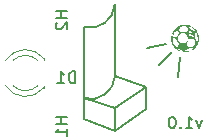
<source format=gbo>
G04 #@! TF.GenerationSoftware,KiCad,Pcbnew,(7.0.0)*
G04 #@! TF.CreationDate,2023-06-13T19:07:53-07:00*
G04 #@! TF.ProjectId,breakbeam-emitter,62726561-6b62-4656-916d-2d656d697474,rev?*
G04 #@! TF.SameCoordinates,Original*
G04 #@! TF.FileFunction,Legend,Bot*
G04 #@! TF.FilePolarity,Positive*
%FSLAX46Y46*%
G04 Gerber Fmt 4.6, Leading zero omitted, Abs format (unit mm)*
G04 Created by KiCad (PCBNEW (7.0.0)) date 2023-06-13 19:07:53*
%MOMM*%
%LPD*%
G01*
G04 APERTURE LIST*
%ADD10C,0.153000*%
%ADD11C,0.120000*%
%ADD12C,2.200000*%
%ADD13R,1.800000X1.800000*%
%ADD14C,1.800000*%
G04 APERTURE END LIST*
D10*
X132200000Y-66550000D02*
X132200000Y-64650000D01*
X127000000Y-67400000D02*
X129600000Y-68400000D01*
X132200000Y-64650000D02*
X129600000Y-66500000D01*
X132200000Y-66550000D02*
X129600000Y-68400000D01*
X134400000Y-61700000D02*
X133300000Y-62800000D01*
X126999999Y-59600000D02*
G75*
G03*
X129559220Y-57698058I500001J2000000D01*
G01*
X135100000Y-62100000D02*
X134900000Y-63800000D01*
X129600000Y-68400000D02*
X129600000Y-66500000D01*
X126999999Y-59600000D02*
X127000000Y-65600000D01*
X132200000Y-64650000D02*
X129600000Y-63750000D01*
X129600000Y-57700000D02*
X129600000Y-63750000D01*
X133925000Y-61000000D02*
X132275000Y-61400000D01*
X129600000Y-66500000D02*
X127000000Y-65600000D01*
X127000000Y-65600000D02*
X127000000Y-67400000D01*
X126989377Y-65642488D02*
G75*
G03*
X129599999Y-63750000I510623J2042488D01*
G01*
X136957142Y-67515714D02*
X136719047Y-68182380D01*
X136719047Y-68182380D02*
X136480952Y-67515714D01*
X135576190Y-68182380D02*
X136147618Y-68182380D01*
X135861904Y-68182380D02*
X135861904Y-67182380D01*
X135861904Y-67182380D02*
X135957142Y-67325238D01*
X135957142Y-67325238D02*
X136052380Y-67420476D01*
X136052380Y-67420476D02*
X136147618Y-67468095D01*
X135147618Y-68087142D02*
X135099999Y-68134761D01*
X135099999Y-68134761D02*
X135147618Y-68182380D01*
X135147618Y-68182380D02*
X135195237Y-68134761D01*
X135195237Y-68134761D02*
X135147618Y-68087142D01*
X135147618Y-68087142D02*
X135147618Y-68182380D01*
X134480952Y-67182380D02*
X134385714Y-67182380D01*
X134385714Y-67182380D02*
X134290476Y-67230000D01*
X134290476Y-67230000D02*
X134242857Y-67277619D01*
X134242857Y-67277619D02*
X134195238Y-67372857D01*
X134195238Y-67372857D02*
X134147619Y-67563333D01*
X134147619Y-67563333D02*
X134147619Y-67801428D01*
X134147619Y-67801428D02*
X134195238Y-67991904D01*
X134195238Y-67991904D02*
X134242857Y-68087142D01*
X134242857Y-68087142D02*
X134290476Y-68134761D01*
X134290476Y-68134761D02*
X134385714Y-68182380D01*
X134385714Y-68182380D02*
X134480952Y-68182380D01*
X134480952Y-68182380D02*
X134576190Y-68134761D01*
X134576190Y-68134761D02*
X134623809Y-68087142D01*
X134623809Y-68087142D02*
X134671428Y-67991904D01*
X134671428Y-67991904D02*
X134719047Y-67801428D01*
X134719047Y-67801428D02*
X134719047Y-67563333D01*
X134719047Y-67563333D02*
X134671428Y-67372857D01*
X134671428Y-67372857D02*
X134623809Y-67277619D01*
X134623809Y-67277619D02*
X134576190Y-67230000D01*
X134576190Y-67230000D02*
X134480952Y-67182380D01*
X125567380Y-67238095D02*
X124567380Y-67238095D01*
X125043571Y-67238095D02*
X125043571Y-67809523D01*
X125567380Y-67809523D02*
X124567380Y-67809523D01*
X125567380Y-68809523D02*
X125567380Y-68238095D01*
X125567380Y-68523809D02*
X124567380Y-68523809D01*
X124567380Y-68523809D02*
X124710238Y-68428571D01*
X124710238Y-68428571D02*
X124805476Y-68333333D01*
X124805476Y-68333333D02*
X124853095Y-68238095D01*
X125567380Y-58238095D02*
X124567380Y-58238095D01*
X125043571Y-58238095D02*
X125043571Y-58809523D01*
X125567380Y-58809523D02*
X124567380Y-58809523D01*
X124662619Y-59238095D02*
X124615000Y-59285714D01*
X124615000Y-59285714D02*
X124567380Y-59380952D01*
X124567380Y-59380952D02*
X124567380Y-59619047D01*
X124567380Y-59619047D02*
X124615000Y-59714285D01*
X124615000Y-59714285D02*
X124662619Y-59761904D01*
X124662619Y-59761904D02*
X124757857Y-59809523D01*
X124757857Y-59809523D02*
X124853095Y-59809523D01*
X124853095Y-59809523D02*
X124995952Y-59761904D01*
X124995952Y-59761904D02*
X125567380Y-59190476D01*
X125567380Y-59190476D02*
X125567380Y-59809523D01*
X126238094Y-64367380D02*
X126238094Y-63367380D01*
X126238094Y-63367380D02*
X125999999Y-63367380D01*
X125999999Y-63367380D02*
X125857142Y-63415000D01*
X125857142Y-63415000D02*
X125761904Y-63510238D01*
X125761904Y-63510238D02*
X125714285Y-63605476D01*
X125714285Y-63605476D02*
X125666666Y-63795952D01*
X125666666Y-63795952D02*
X125666666Y-63938809D01*
X125666666Y-63938809D02*
X125714285Y-64129285D01*
X125714285Y-64129285D02*
X125761904Y-64224523D01*
X125761904Y-64224523D02*
X125857142Y-64319761D01*
X125857142Y-64319761D02*
X125999999Y-64367380D01*
X125999999Y-64367380D02*
X126238094Y-64367380D01*
X124714285Y-64367380D02*
X125285713Y-64367380D01*
X124999999Y-64367380D02*
X124999999Y-63367380D01*
X124999999Y-63367380D02*
X125095237Y-63510238D01*
X125095237Y-63510238D02*
X125190475Y-63605476D01*
X125190475Y-63605476D02*
X125285713Y-63653095D01*
G36*
X136518603Y-59955349D02*
G01*
X136569489Y-60042156D01*
X136624291Y-60170199D01*
X136662321Y-60303958D01*
X136683275Y-60442676D01*
X136685827Y-60544829D01*
X136686846Y-60585598D01*
X136686317Y-60598711D01*
X136671790Y-60747663D01*
X136641751Y-60887687D01*
X136634597Y-60908255D01*
X136619157Y-60952647D01*
X136595913Y-61019473D01*
X136533991Y-61143709D01*
X136455699Y-61261086D01*
X136360752Y-61372292D01*
X136327272Y-61406083D01*
X136285034Y-61445517D01*
X136244269Y-61480440D01*
X136207671Y-61508677D01*
X136177934Y-61528048D01*
X136157751Y-61536378D01*
X136154125Y-61536841D01*
X136128984Y-61534956D01*
X136118104Y-61522852D01*
X136121783Y-61501625D01*
X136140319Y-61472368D01*
X136146567Y-61463980D01*
X136161162Y-61437874D01*
X136165154Y-61417858D01*
X136161046Y-61402871D01*
X136150086Y-61390779D01*
X136130143Y-61385808D01*
X136098485Y-61387405D01*
X136052385Y-61395016D01*
X136029599Y-61399073D01*
X135978609Y-61406792D01*
X135922852Y-61413920D01*
X135870873Y-61419314D01*
X135846878Y-61421525D01*
X135799391Y-61427213D01*
X135762363Y-61434743D01*
X135730453Y-61445786D01*
X135698320Y-61462012D01*
X135660621Y-61485094D01*
X135658639Y-61486356D01*
X135623545Y-61507134D01*
X135581289Y-61530115D01*
X135540580Y-61550549D01*
X135514673Y-61563561D01*
X135479647Y-61585606D01*
X135460975Y-61605820D01*
X135457805Y-61625336D01*
X135469287Y-61645286D01*
X135471930Y-61648126D01*
X135480977Y-61655500D01*
X135493151Y-61659927D01*
X135512168Y-61661889D01*
X135541745Y-61661866D01*
X135585598Y-61660339D01*
X135593707Y-61659979D01*
X135660195Y-61654429D01*
X135728096Y-61643572D01*
X135804866Y-61626246D01*
X135812124Y-61624434D01*
X135859637Y-61612977D01*
X135892797Y-61606021D01*
X135914253Y-61603201D01*
X135926649Y-61604147D01*
X135932634Y-61608492D01*
X135936223Y-61617189D01*
X135931117Y-61635776D01*
X135908108Y-61653427D01*
X135867262Y-61670079D01*
X135846968Y-61676579D01*
X135793991Y-61692294D01*
X135748617Y-61703130D01*
X135704020Y-61710554D01*
X135653377Y-61716032D01*
X135635733Y-61717528D01*
X135567413Y-61721863D01*
X135503478Y-61723729D01*
X135447297Y-61723141D01*
X135402239Y-61720116D01*
X135371672Y-61714670D01*
X135357559Y-61709743D01*
X135337839Y-61697038D01*
X135325155Y-61676104D01*
X135315740Y-61642049D01*
X135313127Y-61633896D01*
X135304676Y-61621967D01*
X135288355Y-61609113D01*
X135261289Y-61593223D01*
X135220605Y-61572186D01*
X135200632Y-61561967D01*
X135150175Y-61534748D01*
X135097555Y-61504714D01*
X135045788Y-61473740D01*
X134997891Y-61443696D01*
X134956879Y-61416456D01*
X134925768Y-61393890D01*
X134907573Y-61377872D01*
X134901623Y-61370676D01*
X134889511Y-61346657D01*
X134890407Y-61320079D01*
X134904117Y-61285789D01*
X134915488Y-61259375D01*
X134928896Y-61221672D01*
X134942776Y-61177582D01*
X134956068Y-61131010D01*
X134967714Y-61085860D01*
X134976654Y-61046033D01*
X134981831Y-61015433D01*
X134982185Y-60997964D01*
X134976778Y-60983987D01*
X134963740Y-60956967D01*
X134945427Y-60922200D01*
X134923949Y-60883824D01*
X134910311Y-60859822D01*
X134880923Y-60806529D01*
X134851373Y-60751257D01*
X134826362Y-60702731D01*
X134810557Y-60672241D01*
X134791316Y-60637747D01*
X134775052Y-60611402D01*
X134764157Y-60597264D01*
X134756437Y-60591837D01*
X134729002Y-60579553D01*
X134690314Y-60567349D01*
X134644906Y-60556552D01*
X134597314Y-60548486D01*
X134571931Y-60546231D01*
X134551186Y-60548979D01*
X134535582Y-60558854D01*
X134525216Y-60571668D01*
X134509914Y-60604805D01*
X134497543Y-60649101D01*
X134488752Y-60700335D01*
X134484190Y-60754286D01*
X134484503Y-60806736D01*
X134490340Y-60853465D01*
X134496686Y-60876518D01*
X134512690Y-60919416D01*
X134534794Y-60969727D01*
X134560764Y-61022937D01*
X134588365Y-61074530D01*
X134615361Y-61119991D01*
X134639517Y-61154807D01*
X134679126Y-61198694D01*
X134725167Y-61233656D01*
X134782073Y-61261604D01*
X134798241Y-61269103D01*
X134825987Y-61286197D01*
X134844511Y-61303127D01*
X134853303Y-61315668D01*
X134857227Y-61327688D01*
X134853877Y-61342790D01*
X134843106Y-61367611D01*
X134837109Y-61382188D01*
X134829973Y-61406629D01*
X134829397Y-61422035D01*
X134829682Y-61422691D01*
X134841598Y-61435898D01*
X134866196Y-61455229D01*
X134900383Y-61478656D01*
X134941065Y-61504152D01*
X134985149Y-61529688D01*
X135029540Y-61553236D01*
X135044466Y-61560945D01*
X135074658Y-61577938D01*
X135096437Y-61592172D01*
X135105863Y-61601175D01*
X135107944Y-61611266D01*
X135101631Y-61628601D01*
X135082310Y-61635103D01*
X135077532Y-61634525D01*
X135054397Y-61626850D01*
X135020756Y-61611702D01*
X134980008Y-61590934D01*
X134935547Y-61566397D01*
X134890771Y-61539945D01*
X134849077Y-61513429D01*
X134813860Y-61488703D01*
X134776679Y-61459267D01*
X134697932Y-61387591D01*
X134623237Y-61307472D01*
X134555752Y-61222728D01*
X134498632Y-61137177D01*
X134455033Y-61054637D01*
X134434056Y-61004554D01*
X134394744Y-60886416D01*
X134366696Y-60763808D01*
X134350945Y-60641850D01*
X134348904Y-60544017D01*
X134884723Y-60544017D01*
X134890919Y-60578961D01*
X134905295Y-60619086D01*
X134927691Y-60667934D01*
X134957945Y-60729047D01*
X134970484Y-60753946D01*
X135003296Y-60815981D01*
X135031687Y-60863757D01*
X135057153Y-60899192D01*
X135081192Y-60924203D01*
X135105301Y-60940707D01*
X135130977Y-60950622D01*
X135150669Y-60953722D01*
X135185206Y-60956678D01*
X135230711Y-60959207D01*
X135283611Y-60961112D01*
X135340336Y-60962197D01*
X135402144Y-60962823D01*
X135456819Y-60962387D01*
X135499274Y-60959309D01*
X135532569Y-60952090D01*
X135559765Y-60939233D01*
X135583921Y-60919240D01*
X135608097Y-60890613D01*
X135635355Y-60851856D01*
X135668753Y-60801469D01*
X135669723Y-60800003D01*
X135706613Y-60745626D01*
X135735853Y-60705893D01*
X135758523Y-60679724D01*
X135775700Y-60666034D01*
X135788461Y-60663743D01*
X135797883Y-60671767D01*
X135798975Y-60673521D01*
X135803510Y-60682995D01*
X135804304Y-60693542D01*
X135800282Y-60708057D01*
X135790366Y-60729432D01*
X135773479Y-60760561D01*
X135748545Y-60804336D01*
X135735291Y-60827575D01*
X135700349Y-60891005D01*
X135674567Y-60941954D01*
X135657143Y-60982216D01*
X135647275Y-61013583D01*
X135644164Y-61037845D01*
X135644610Y-61043307D01*
X135651565Y-61069340D01*
X135665450Y-61105285D01*
X135684326Y-61147335D01*
X135706253Y-61191680D01*
X135729293Y-61234510D01*
X135751505Y-61272018D01*
X135770951Y-61300393D01*
X135785691Y-61315826D01*
X135812463Y-61327455D01*
X135854673Y-61333580D01*
X135910281Y-61332088D01*
X135924021Y-61330293D01*
X136250668Y-61330293D01*
X136252474Y-61338143D01*
X136255874Y-61342511D01*
X136267320Y-61346240D01*
X136283769Y-61338046D01*
X136306829Y-61316867D01*
X136338107Y-61281642D01*
X136382784Y-61225865D01*
X136451332Y-61126641D01*
X136505427Y-61028715D01*
X136518750Y-61000241D01*
X136530701Y-60971114D01*
X136534917Y-60952647D01*
X136531944Y-60941823D01*
X136522332Y-60935623D01*
X136510356Y-60934954D01*
X136494586Y-60944134D01*
X136475323Y-60965326D01*
X136451259Y-61000000D01*
X136421088Y-61049627D01*
X136409869Y-61068584D01*
X136379705Y-61118010D01*
X136347840Y-61168557D01*
X136319541Y-61211813D01*
X136306720Y-61230949D01*
X136280757Y-61270608D01*
X136263581Y-61298841D01*
X136253961Y-61317964D01*
X136250668Y-61330293D01*
X135924021Y-61330293D01*
X135980251Y-61322947D01*
X136065544Y-61306123D01*
X136084269Y-61301474D01*
X136128400Y-61285380D01*
X136168483Y-61261774D01*
X136206503Y-61228751D01*
X136244445Y-61184407D01*
X136284291Y-61126835D01*
X136328028Y-61054133D01*
X136350239Y-61014355D01*
X136371150Y-60972343D01*
X136383604Y-60938286D01*
X136388575Y-60908255D01*
X136387035Y-60878323D01*
X136379958Y-60844561D01*
X136365671Y-60796222D01*
X136345426Y-60741062D01*
X136322832Y-60689902D01*
X136299917Y-60647286D01*
X136278710Y-60617757D01*
X136249777Y-60586186D01*
X136070862Y-60603471D01*
X136065346Y-60604002D01*
X136008781Y-60609288D01*
X135956926Y-60613854D01*
X135913085Y-60617428D01*
X135880565Y-60619741D01*
X135862670Y-60620522D01*
X135858520Y-60620373D01*
X135825165Y-60609484D01*
X135797028Y-60581739D01*
X135774643Y-60537638D01*
X135771871Y-60530434D01*
X135761785Y-60507368D01*
X136354031Y-60507368D01*
X136396743Y-60600544D01*
X136411078Y-60632218D01*
X136428473Y-60671733D01*
X136442495Y-60704802D01*
X136451017Y-60726485D01*
X136451501Y-60727848D01*
X136463624Y-60758353D01*
X136476522Y-60786213D01*
X136479333Y-60791427D01*
X136496852Y-60813342D01*
X136516090Y-60817991D01*
X136539067Y-60806015D01*
X136545479Y-60800455D01*
X136565057Y-60774174D01*
X136579548Y-60736539D01*
X136589597Y-60685420D01*
X136595850Y-60618687D01*
X136597503Y-60544829D01*
X136590667Y-60438860D01*
X136573765Y-60335817D01*
X136547596Y-60240162D01*
X136512960Y-60156353D01*
X136499048Y-60130648D01*
X136479726Y-60103731D01*
X136460299Y-60089615D01*
X136437823Y-60085527D01*
X136431904Y-60085659D01*
X136414743Y-60088836D01*
X136402154Y-60098058D01*
X136393261Y-60115721D01*
X136387184Y-60144218D01*
X136383046Y-60185945D01*
X136379967Y-60243297D01*
X136379793Y-60247274D01*
X136376846Y-60300929D01*
X136372955Y-60354707D01*
X136368604Y-60402562D01*
X136364281Y-60438450D01*
X136363375Y-60444545D01*
X136354031Y-60507368D01*
X135761785Y-60507368D01*
X135755577Y-60493172D01*
X135733392Y-60447661D01*
X135716770Y-60415694D01*
X135890650Y-60415694D01*
X135891296Y-60424963D01*
X135894367Y-60437279D01*
X135896452Y-60460191D01*
X135897528Y-60471734D01*
X135905455Y-60479681D01*
X135925736Y-60480629D01*
X135961688Y-60478510D01*
X135985714Y-60474608D01*
X135998532Y-60466834D01*
X136003650Y-60452971D01*
X136004576Y-60430801D01*
X136004576Y-60389830D01*
X135961777Y-60395872D01*
X135953513Y-60397058D01*
X135918914Y-60402915D01*
X135898908Y-60408736D01*
X135890650Y-60415694D01*
X135716770Y-60415694D01*
X135707261Y-60397406D01*
X135679134Y-60345909D01*
X135650956Y-60296673D01*
X135624676Y-60253201D01*
X135602241Y-60218997D01*
X135585598Y-60197564D01*
X135574328Y-60186266D01*
X135551132Y-60167882D01*
X135524318Y-60154396D01*
X135490287Y-60144611D01*
X135445438Y-60137332D01*
X135386169Y-60131365D01*
X135348656Y-60127432D01*
X135310467Y-60120215D01*
X135287242Y-60110207D01*
X135277226Y-60096541D01*
X135278665Y-60078353D01*
X135281448Y-60071183D01*
X135288158Y-60062323D01*
X135300019Y-60055838D01*
X135319605Y-60051199D01*
X135349488Y-60047878D01*
X135392243Y-60045345D01*
X135450443Y-60043072D01*
X135585598Y-60038378D01*
X135692265Y-59932311D01*
X135831047Y-59932311D01*
X135831407Y-59947875D01*
X135835465Y-59974935D01*
X135842594Y-60008939D01*
X135844794Y-60018812D01*
X135852477Y-60059528D01*
X135860635Y-60110397D01*
X135868665Y-60166768D01*
X135875963Y-60223994D01*
X135881926Y-60277423D01*
X135885950Y-60322408D01*
X135887431Y-60354299D01*
X135888644Y-60373888D01*
X135895385Y-60381040D01*
X135912220Y-60379189D01*
X135925586Y-60376546D01*
X135957586Y-60370674D01*
X135995230Y-60364142D01*
X136033842Y-60357721D01*
X136068746Y-60352181D01*
X136095267Y-60348292D01*
X136108728Y-60346825D01*
X136114216Y-60350505D01*
X136123197Y-60368626D01*
X136129064Y-60389830D01*
X136131500Y-60398634D01*
X136136816Y-60421526D01*
X136143291Y-60444588D01*
X136147914Y-60455514D01*
X136156812Y-60456946D01*
X136179008Y-60456004D01*
X136208880Y-60452565D01*
X136264515Y-60444545D01*
X136259435Y-60411453D01*
X136257873Y-60403609D01*
X136249940Y-60375205D01*
X136237724Y-60338550D01*
X136223152Y-60299581D01*
X136213057Y-60274530D01*
X136200691Y-60246709D01*
X136191140Y-60231146D01*
X136182433Y-60224938D01*
X136172597Y-60225183D01*
X136114341Y-60238230D01*
X136068881Y-60247900D01*
X136036428Y-60253894D01*
X136014681Y-60256482D01*
X136001340Y-60255934D01*
X135994106Y-60252518D01*
X135990678Y-60246505D01*
X135989325Y-60241114D01*
X135985658Y-60220133D01*
X135981566Y-60190962D01*
X135977656Y-60158804D01*
X135974539Y-60128862D01*
X135972823Y-60106342D01*
X135973117Y-60096447D01*
X135977870Y-60100171D01*
X135988724Y-60115338D01*
X136002744Y-60137654D01*
X136017151Y-60162485D01*
X136029162Y-60185202D01*
X136035997Y-60201171D01*
X136036177Y-60201762D01*
X136045299Y-60216754D01*
X136061896Y-60217294D01*
X136071384Y-60215016D01*
X136097616Y-60209051D01*
X136128449Y-60202306D01*
X136175421Y-60192232D01*
X136161604Y-60159153D01*
X136149181Y-60132757D01*
X136121094Y-60083423D01*
X136086290Y-60030482D01*
X136048530Y-59979525D01*
X136011573Y-59936139D01*
X135958103Y-59878980D01*
X135898005Y-59901601D01*
X135896099Y-59902320D01*
X135865808Y-59914310D01*
X135842747Y-59924424D01*
X135831776Y-59930539D01*
X135831047Y-59932311D01*
X135692265Y-59932311D01*
X135706236Y-59918419D01*
X135714289Y-59910414D01*
X135757517Y-59867071D01*
X135788990Y-59833428D01*
X135809507Y-59806806D01*
X135819864Y-59784526D01*
X135820859Y-59763910D01*
X135813288Y-59742279D01*
X135797951Y-59716956D01*
X135775643Y-59685261D01*
X135751382Y-59653154D01*
X135707779Y-59605226D01*
X135666589Y-59572740D01*
X135636050Y-59559716D01*
X135828624Y-59559716D01*
X135831900Y-59579741D01*
X135849520Y-59609867D01*
X135863578Y-59630463D01*
X135886771Y-59665186D01*
X135909027Y-59699192D01*
X135923709Y-59720459D01*
X135945176Y-59745452D01*
X135971500Y-59768248D01*
X136006534Y-59792056D01*
X136054132Y-59820087D01*
X136057465Y-59821997D01*
X136084191Y-59838094D01*
X136120744Y-59860972D01*
X136162746Y-59887862D01*
X136205817Y-59915996D01*
X136252928Y-59946113D01*
X136294762Y-59969750D01*
X136326907Y-59983146D01*
X136351600Y-59986945D01*
X136371076Y-59981792D01*
X136387571Y-59968329D01*
X136390254Y-59965324D01*
X136397017Y-59955349D01*
X136396891Y-59944747D01*
X136388710Y-59928819D01*
X136371305Y-59902866D01*
X136368028Y-59898202D01*
X136335795Y-59857886D01*
X136293692Y-59812032D01*
X136246018Y-59764915D01*
X136197074Y-59720809D01*
X136151158Y-59683990D01*
X136120118Y-59662471D01*
X136073812Y-59633933D01*
X136024400Y-59606610D01*
X135975491Y-59582274D01*
X135930695Y-59562697D01*
X135893622Y-59549652D01*
X135867879Y-59544909D01*
X135866531Y-59544914D01*
X135840049Y-59548527D01*
X135828624Y-59559716D01*
X135636050Y-59559716D01*
X135628934Y-59556681D01*
X135613759Y-59554732D01*
X135581685Y-59552611D01*
X135538303Y-59550926D01*
X135487314Y-59549815D01*
X135432423Y-59549415D01*
X135270237Y-59549415D01*
X135212030Y-59580951D01*
X135205206Y-59584779D01*
X135168585Y-59608793D01*
X135133887Y-59635610D01*
X135129023Y-59639369D01*
X135089471Y-59673695D01*
X135052883Y-59708956D01*
X135022209Y-59742337D01*
X135000403Y-59771025D01*
X134990416Y-59792205D01*
X134989717Y-59799664D01*
X134994710Y-59830871D01*
X135008988Y-59870161D01*
X135030287Y-59913623D01*
X135056340Y-59957349D01*
X135084883Y-59997428D01*
X135113650Y-60029952D01*
X135140375Y-60051011D01*
X135166078Y-60070047D01*
X135173432Y-60085349D01*
X135176006Y-60090705D01*
X135167926Y-60111879D01*
X135141841Y-60133704D01*
X135136471Y-60137198D01*
X135098768Y-60167516D01*
X135060553Y-60208970D01*
X135020157Y-60263565D01*
X134975913Y-60333310D01*
X134944961Y-60385192D01*
X134916827Y-60434840D01*
X134897516Y-60475499D01*
X134886869Y-60510710D01*
X134884723Y-60544017D01*
X134348904Y-60544017D01*
X134348521Y-60525662D01*
X134352361Y-60469962D01*
X134359277Y-60428983D01*
X134369987Y-60402085D01*
X134385260Y-60387351D01*
X134405867Y-60382866D01*
X134428506Y-60378709D01*
X134451554Y-60360157D01*
X134452235Y-60358680D01*
X134535935Y-60358680D01*
X134536061Y-60368225D01*
X134540337Y-60402924D01*
X134552554Y-60428387D01*
X134575230Y-60446878D01*
X134610887Y-60460661D01*
X134662043Y-60472001D01*
X134691341Y-60477371D01*
X134723094Y-60483274D01*
X134744631Y-60487374D01*
X134747078Y-60487778D01*
X134772176Y-60483430D01*
X134799105Y-60463428D01*
X134828535Y-60427120D01*
X134861133Y-60373856D01*
X134877113Y-60345995D01*
X134903039Y-60302676D01*
X134932118Y-60255578D01*
X134960556Y-60210919D01*
X134987687Y-60167723D01*
X135007803Y-60131630D01*
X135018992Y-60104983D01*
X135022455Y-60085349D01*
X135022259Y-60082164D01*
X135015779Y-60058327D01*
X135001856Y-60024867D01*
X134982844Y-59986121D01*
X134961094Y-59946426D01*
X134938960Y-59910121D01*
X134918795Y-59881543D01*
X134902951Y-59865030D01*
X134888483Y-59856721D01*
X134868373Y-59852612D01*
X134844706Y-59857601D01*
X134814101Y-59872556D01*
X134773174Y-59898345D01*
X134718668Y-59937218D01*
X134655268Y-59991986D01*
X134609742Y-60045298D01*
X134582042Y-60097206D01*
X134580740Y-60100838D01*
X134567846Y-60145081D01*
X134555715Y-60199815D01*
X134545550Y-60258212D01*
X134538556Y-60313443D01*
X134535935Y-60358680D01*
X134452235Y-60358680D01*
X134467236Y-60326126D01*
X134475989Y-60275951D01*
X134477889Y-60251996D01*
X134478103Y-60220484D01*
X134473725Y-60195322D01*
X134463942Y-60169309D01*
X134458827Y-60156656D01*
X134449495Y-60126033D01*
X134445796Y-60101525D01*
X134448550Y-60084869D01*
X134460273Y-60052204D01*
X134479439Y-60011470D01*
X134504128Y-59966355D01*
X134532420Y-59920543D01*
X134562394Y-59877721D01*
X134587077Y-59845880D01*
X134627749Y-59800421D01*
X134735879Y-59800421D01*
X134741169Y-59813228D01*
X134757937Y-59820813D01*
X134783839Y-59816921D01*
X134816935Y-59802462D01*
X134855284Y-59778346D01*
X134896946Y-59745481D01*
X134939980Y-59704778D01*
X134952469Y-59691280D01*
X134976147Y-59659137D01*
X134984755Y-59635610D01*
X134979444Y-59621940D01*
X134961364Y-59619368D01*
X134931666Y-59629135D01*
X134891501Y-59652483D01*
X134878994Y-59661089D01*
X134831308Y-59696267D01*
X134791181Y-59729664D01*
X134760586Y-59759405D01*
X134741495Y-59783616D01*
X134735879Y-59800421D01*
X134627749Y-59800421D01*
X134687527Y-59733608D01*
X134797375Y-59636370D01*
X134916074Y-59554508D01*
X135043075Y-59488364D01*
X135177831Y-59438282D01*
X135319794Y-59404602D01*
X135352096Y-59400125D01*
X135415333Y-59395392D01*
X135487567Y-59393642D01*
X135563424Y-59394758D01*
X135637534Y-59398623D01*
X135704526Y-59405121D01*
X135759030Y-59414134D01*
X135883578Y-59447720D01*
X136009057Y-59496650D01*
X136125713Y-59559608D01*
X136235934Y-59637901D01*
X136342106Y-59732832D01*
X136410794Y-59806235D01*
X136498222Y-59920582D01*
X136518603Y-59955349D01*
G37*
D11*
X123565000Y-64580000D02*
X123565000Y-64736000D01*
X123565000Y-62264000D02*
X123565000Y-62420000D01*
X120332666Y-64578608D02*
G75*
G03*
X123564999Y-64735515I1672334J1078608D01*
G01*
X120963871Y-64579836D02*
G75*
G03*
X123045960Y-64579999I1041129J1079836D01*
G01*
X123045960Y-62420001D02*
G75*
G03*
X120963871Y-62420164I-1040960J-1079999D01*
G01*
X123564999Y-62264485D02*
G75*
G03*
X120332666Y-62421392I-1559999J-1235515D01*
G01*
%LPC*%
D12*
X122000000Y-68000000D03*
X122000000Y-59000000D03*
D13*
X123274999Y-63499999D03*
D14*
X120735000Y-63500000D03*
M02*

</source>
